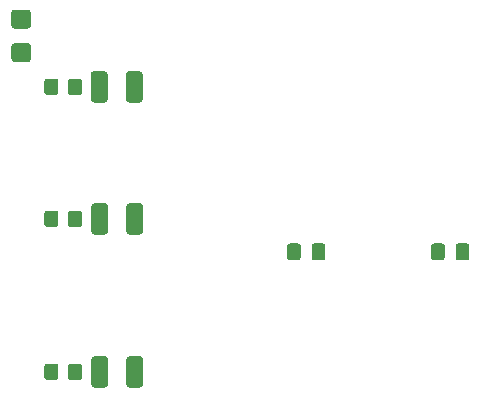
<source format=gbr>
%TF.GenerationSoftware,KiCad,Pcbnew,(5.1.10)-1*%
%TF.CreationDate,2021-10-19T15:45:20+08:00*%
%TF.ProjectId,M1W,4d31572e-6b69-4636-9164-5f7063625858,rev?*%
%TF.SameCoordinates,Original*%
%TF.FileFunction,Paste,Bot*%
%TF.FilePolarity,Positive*%
%FSLAX46Y46*%
G04 Gerber Fmt 4.6, Leading zero omitted, Abs format (unit mm)*
G04 Created by KiCad (PCBNEW (5.1.10)-1) date 2021-10-19 15:45:20*
%MOMM*%
%LPD*%
G01*
G04 APERTURE LIST*
G04 APERTURE END LIST*
%TO.C,R3*%
G36*
G01*
X180194000Y-104197999D02*
X180194000Y-105098001D01*
G75*
G02*
X179944001Y-105348000I-249999J0D01*
G01*
X179243999Y-105348000D01*
G75*
G02*
X178994000Y-105098001I0J249999D01*
G01*
X178994000Y-104197999D01*
G75*
G02*
X179243999Y-103948000I249999J0D01*
G01*
X179944001Y-103948000D01*
G75*
G02*
X180194000Y-104197999I0J-249999D01*
G01*
G37*
G36*
G01*
X182194000Y-104197999D02*
X182194000Y-105098001D01*
G75*
G02*
X181944001Y-105348000I-249999J0D01*
G01*
X181243999Y-105348000D01*
G75*
G02*
X180994000Y-105098001I0J249999D01*
G01*
X180994000Y-104197999D01*
G75*
G02*
X181243999Y-103948000I249999J0D01*
G01*
X181944001Y-103948000D01*
G75*
G02*
X182194000Y-104197999I0J-249999D01*
G01*
G37*
%TD*%
%TO.C,R2*%
G36*
G01*
X180194000Y-115373999D02*
X180194000Y-116274001D01*
G75*
G02*
X179944001Y-116524000I-249999J0D01*
G01*
X179243999Y-116524000D01*
G75*
G02*
X178994000Y-116274001I0J249999D01*
G01*
X178994000Y-115373999D01*
G75*
G02*
X179243999Y-115124000I249999J0D01*
G01*
X179944001Y-115124000D01*
G75*
G02*
X180194000Y-115373999I0J-249999D01*
G01*
G37*
G36*
G01*
X182194000Y-115373999D02*
X182194000Y-116274001D01*
G75*
G02*
X181944001Y-116524000I-249999J0D01*
G01*
X181243999Y-116524000D01*
G75*
G02*
X180994000Y-116274001I0J249999D01*
G01*
X180994000Y-115373999D01*
G75*
G02*
X181243999Y-115124000I249999J0D01*
G01*
X181944001Y-115124000D01*
G75*
G02*
X182194000Y-115373999I0J-249999D01*
G01*
G37*
%TD*%
%TO.C,R1*%
G36*
G01*
X180194000Y-128327999D02*
X180194000Y-129228001D01*
G75*
G02*
X179944001Y-129478000I-249999J0D01*
G01*
X179243999Y-129478000D01*
G75*
G02*
X178994000Y-129228001I0J249999D01*
G01*
X178994000Y-128327999D01*
G75*
G02*
X179243999Y-128078000I249999J0D01*
G01*
X179944001Y-128078000D01*
G75*
G02*
X180194000Y-128327999I0J-249999D01*
G01*
G37*
G36*
G01*
X182194000Y-128327999D02*
X182194000Y-129228001D01*
G75*
G02*
X181944001Y-129478000I-249999J0D01*
G01*
X181243999Y-129478000D01*
G75*
G02*
X180994000Y-129228001I0J249999D01*
G01*
X180994000Y-128327999D01*
G75*
G02*
X181243999Y-128078000I249999J0D01*
G01*
X181944001Y-128078000D01*
G75*
G02*
X182194000Y-128327999I0J-249999D01*
G01*
G37*
%TD*%
%TO.C,D3*%
G36*
G01*
X184354500Y-103573000D02*
X184354500Y-105723000D01*
G75*
G02*
X184104500Y-105973000I-250000J0D01*
G01*
X183179500Y-105973000D01*
G75*
G02*
X182929500Y-105723000I0J250000D01*
G01*
X182929500Y-103573000D01*
G75*
G02*
X183179500Y-103323000I250000J0D01*
G01*
X184104500Y-103323000D01*
G75*
G02*
X184354500Y-103573000I0J-250000D01*
G01*
G37*
G36*
G01*
X187329500Y-103573000D02*
X187329500Y-105723000D01*
G75*
G02*
X187079500Y-105973000I-250000J0D01*
G01*
X186154500Y-105973000D01*
G75*
G02*
X185904500Y-105723000I0J250000D01*
G01*
X185904500Y-103573000D01*
G75*
G02*
X186154500Y-103323000I250000J0D01*
G01*
X187079500Y-103323000D01*
G75*
G02*
X187329500Y-103573000I0J-250000D01*
G01*
G37*
%TD*%
%TO.C,D2*%
G36*
G01*
X184391000Y-114749000D02*
X184391000Y-116899000D01*
G75*
G02*
X184141000Y-117149000I-250000J0D01*
G01*
X183216000Y-117149000D01*
G75*
G02*
X182966000Y-116899000I0J250000D01*
G01*
X182966000Y-114749000D01*
G75*
G02*
X183216000Y-114499000I250000J0D01*
G01*
X184141000Y-114499000D01*
G75*
G02*
X184391000Y-114749000I0J-250000D01*
G01*
G37*
G36*
G01*
X187366000Y-114749000D02*
X187366000Y-116899000D01*
G75*
G02*
X187116000Y-117149000I-250000J0D01*
G01*
X186191000Y-117149000D01*
G75*
G02*
X185941000Y-116899000I0J250000D01*
G01*
X185941000Y-114749000D01*
G75*
G02*
X186191000Y-114499000I250000J0D01*
G01*
X187116000Y-114499000D01*
G75*
G02*
X187366000Y-114749000I0J-250000D01*
G01*
G37*
%TD*%
%TO.C,D1*%
G36*
G01*
X184391000Y-127703000D02*
X184391000Y-129853000D01*
G75*
G02*
X184141000Y-130103000I-250000J0D01*
G01*
X183216000Y-130103000D01*
G75*
G02*
X182966000Y-129853000I0J250000D01*
G01*
X182966000Y-127703000D01*
G75*
G02*
X183216000Y-127453000I250000J0D01*
G01*
X184141000Y-127453000D01*
G75*
G02*
X184391000Y-127703000I0J-250000D01*
G01*
G37*
G36*
G01*
X187366000Y-127703000D02*
X187366000Y-129853000D01*
G75*
G02*
X187116000Y-130103000I-250000J0D01*
G01*
X186191000Y-130103000D01*
G75*
G02*
X185941000Y-129853000I0J250000D01*
G01*
X185941000Y-127703000D01*
G75*
G02*
X186191000Y-127453000I250000J0D01*
G01*
X187116000Y-127453000D01*
G75*
G02*
X187366000Y-127703000I0J-250000D01*
G01*
G37*
%TD*%
%TO.C,C2*%
G36*
G01*
X212910000Y-118143000D02*
X212910000Y-119093000D01*
G75*
G02*
X212660000Y-119343000I-250000J0D01*
G01*
X211985000Y-119343000D01*
G75*
G02*
X211735000Y-119093000I0J250000D01*
G01*
X211735000Y-118143000D01*
G75*
G02*
X211985000Y-117893000I250000J0D01*
G01*
X212660000Y-117893000D01*
G75*
G02*
X212910000Y-118143000I0J-250000D01*
G01*
G37*
G36*
G01*
X214985000Y-118143000D02*
X214985000Y-119093000D01*
G75*
G02*
X214735000Y-119343000I-250000J0D01*
G01*
X214060000Y-119343000D01*
G75*
G02*
X213810000Y-119093000I0J250000D01*
G01*
X213810000Y-118143000D01*
G75*
G02*
X214060000Y-117893000I250000J0D01*
G01*
X214735000Y-117893000D01*
G75*
G02*
X214985000Y-118143000I0J-250000D01*
G01*
G37*
%TD*%
%TO.C,C1*%
G36*
G01*
X201618000Y-119093000D02*
X201618000Y-118143000D01*
G75*
G02*
X201868000Y-117893000I250000J0D01*
G01*
X202543000Y-117893000D01*
G75*
G02*
X202793000Y-118143000I0J-250000D01*
G01*
X202793000Y-119093000D01*
G75*
G02*
X202543000Y-119343000I-250000J0D01*
G01*
X201868000Y-119343000D01*
G75*
G02*
X201618000Y-119093000I0J250000D01*
G01*
G37*
G36*
G01*
X199543000Y-119093000D02*
X199543000Y-118143000D01*
G75*
G02*
X199793000Y-117893000I250000J0D01*
G01*
X200468000Y-117893000D01*
G75*
G02*
X200718000Y-118143000I0J-250000D01*
G01*
X200718000Y-119093000D01*
G75*
G02*
X200468000Y-119343000I-250000J0D01*
G01*
X199793000Y-119343000D01*
G75*
G02*
X199543000Y-119093000I0J250000D01*
G01*
G37*
%TD*%
%TO.C,FU1*%
G36*
G01*
X176463000Y-100955000D02*
X177613000Y-100955000D01*
G75*
G02*
X177863000Y-101205000I0J-250000D01*
G01*
X177863000Y-102305000D01*
G75*
G02*
X177613000Y-102555000I-250000J0D01*
G01*
X176463000Y-102555000D01*
G75*
G02*
X176213000Y-102305000I0J250000D01*
G01*
X176213000Y-101205000D01*
G75*
G02*
X176463000Y-100955000I250000J0D01*
G01*
G37*
G36*
G01*
X176463000Y-98105000D02*
X177613000Y-98105000D01*
G75*
G02*
X177863000Y-98355000I0J-250000D01*
G01*
X177863000Y-99455000D01*
G75*
G02*
X177613000Y-99705000I-250000J0D01*
G01*
X176463000Y-99705000D01*
G75*
G02*
X176213000Y-99455000I0J250000D01*
G01*
X176213000Y-98355000D01*
G75*
G02*
X176463000Y-98105000I250000J0D01*
G01*
G37*
%TD*%
M02*

</source>
